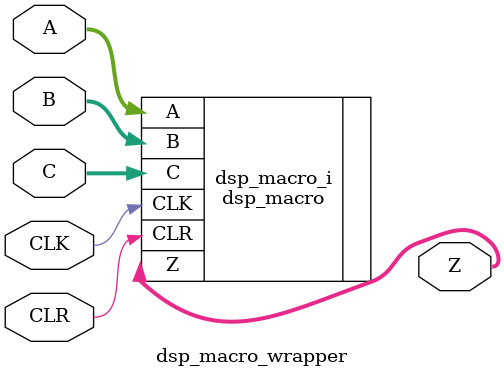
<source format=v>
`timescale 1 ps / 1 ps

module dsp_macro_wrapper
   (A,
    B,
    C,
    CLK,
    CLR,
    Z);
  input [24:0]A;
  input [24:0]B;
  input [17:0]C;
  input CLK;
  input CLR;
  output [42:0]Z;

  wire [24:0]A;
  wire [24:0]B;
  wire [17:0]C;
  wire CLK;
  wire CLR;
  wire [42:0]Z;

  dsp_macro dsp_macro_i
       (.A(A),
        .B(B),
        .C(C),
        .CLK(CLK),
        .CLR(CLR),
        .Z(Z));
endmodule

</source>
